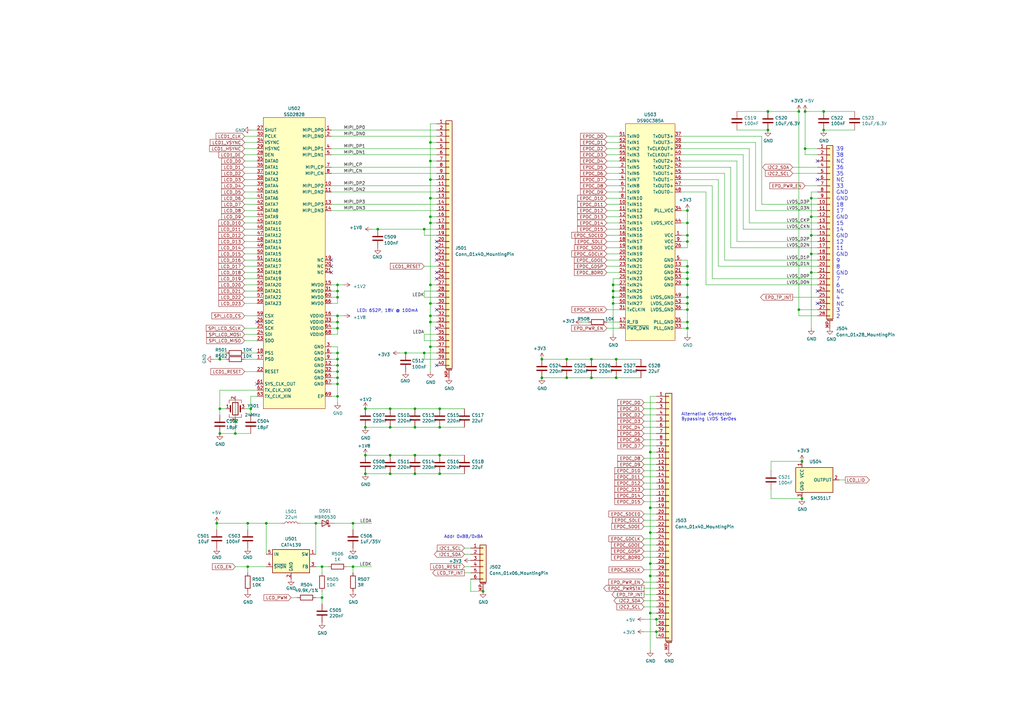
<source format=kicad_sch>
(kicad_sch (version 20210621) (generator eeschema)
  (paper "A3")
  (title_block (title "Lancer Mainboard") (date "2021-07-25") (rev "R0.1") (company "Copyright EI-2030 2021. / Engineer: Wenting Zhang") (comment 2 "MERCHANTABILITY, SATISFACTORY QUALITY AND FITNESS FOR A PARTICULAR PURPOSE.") (comment 3 "This source is distributed WITHOUT ANY EXPRESS OR IMPLIED WARRANTY, INCLUDING OF") (comment 4 "This source describes Open Hardware and is licensed under the CERN-OHL-S v2."))
  (junction (at 88.9 214.63) (diameter 0.9144))
  (junction (at 90.17 147.32) (diameter 0.9144))
  (junction (at 90.17 167.64) (diameter 0.9144))
  (junction (at 90.17 177.8) (diameter 0.9144))
  (junction (at 96.52 172.72) (diameter 0.9144))
  (junction (at 96.52 177.8) (diameter 0.9144))
  (junction (at 101.6 214.63) (diameter 0.9144))
  (junction (at 101.6 232.41) (diameter 0.9144))
  (junction (at 102.87 167.64) (diameter 0.9144))
  (junction (at 109.22 214.63) (diameter 0.9144))
  (junction (at 129.54 214.63) (diameter 0.9144))
  (junction (at 132.08 232.41) (diameter 0.9144))
  (junction (at 132.08 245.11) (diameter 0.9144))
  (junction (at 138.43 116.84) (diameter 0.9144))
  (junction (at 138.43 119.38) (diameter 0.9144))
  (junction (at 138.43 121.92) (diameter 0.9144))
  (junction (at 138.43 129.54) (diameter 0.9144))
  (junction (at 138.43 132.08) (diameter 0.9144))
  (junction (at 138.43 134.62) (diameter 0.9144))
  (junction (at 138.43 144.78) (diameter 0.9144))
  (junction (at 138.43 147.32) (diameter 0.9144))
  (junction (at 138.43 149.86) (diameter 0.9144))
  (junction (at 138.43 152.4) (diameter 0.9144))
  (junction (at 138.43 154.94) (diameter 0.9144))
  (junction (at 138.43 157.48) (diameter 0.9144))
  (junction (at 138.43 162.56) (diameter 0.9144))
  (junction (at 144.78 214.63) (diameter 0.9144))
  (junction (at 144.78 232.41) (diameter 0.9144))
  (junction (at 149.86 167.64) (diameter 0.9144))
  (junction (at 149.86 175.26) (diameter 0.9144))
  (junction (at 149.86 186.69) (diameter 0.9144))
  (junction (at 149.86 194.31) (diameter 0.9144))
  (junction (at 154.94 93.98) (diameter 0.9144))
  (junction (at 160.02 167.64) (diameter 0.9144))
  (junction (at 160.02 175.26) (diameter 0.9144))
  (junction (at 160.02 186.69) (diameter 0.9144))
  (junction (at 160.02 194.31) (diameter 0.9144))
  (junction (at 166.37 144.78) (diameter 0.9144))
  (junction (at 170.18 167.64) (diameter 0.9144))
  (junction (at 170.18 175.26) (diameter 0.9144))
  (junction (at 170.18 186.69) (diameter 0.9144))
  (junction (at 170.18 194.31) (diameter 0.9144))
  (junction (at 173.99 93.98) (diameter 0.9144))
  (junction (at 173.99 144.78) (diameter 0.9144))
  (junction (at 176.53 58.42) (diameter 0.9144))
  (junction (at 176.53 66.04) (diameter 0.9144))
  (junction (at 176.53 73.66) (diameter 0.9144))
  (junction (at 176.53 81.28) (diameter 0.9144))
  (junction (at 176.53 88.9) (diameter 0.9144))
  (junction (at 176.53 91.44) (diameter 0.9144))
  (junction (at 176.53 116.84) (diameter 0.9144))
  (junction (at 176.53 124.46) (diameter 0.9144))
  (junction (at 176.53 129.54) (diameter 0.9144))
  (junction (at 176.53 132.08) (diameter 0.9144))
  (junction (at 176.53 142.24) (diameter 0.9144))
  (junction (at 180.34 167.64) (diameter 0.9144))
  (junction (at 180.34 175.26) (diameter 0.9144))
  (junction (at 180.34 186.69) (diameter 0.9144))
  (junction (at 180.34 194.31) (diameter 0.9144))
  (junction (at 198.12 242.57) (diameter 0.9144))
  (junction (at 222.25 147.32) (diameter 0.9144))
  (junction (at 222.25 154.94) (diameter 0.9144))
  (junction (at 232.41 147.32) (diameter 0.9144))
  (junction (at 232.41 154.94) (diameter 0.9144))
  (junction (at 242.57 147.32) (diameter 0.9144))
  (junction (at 242.57 154.94) (diameter 0.9144))
  (junction (at 251.46 116.84) (diameter 0.9144))
  (junction (at 251.46 119.38) (diameter 0.9144))
  (junction (at 251.46 121.92) (diameter 0.9144))
  (junction (at 251.46 124.46) (diameter 0.9144))
  (junction (at 252.73 147.32) (diameter 0.9144))
  (junction (at 252.73 154.94) (diameter 0.9144))
  (junction (at 266.7 185.42) (diameter 0.9144))
  (junction (at 266.7 208.28) (diameter 0.9144))
  (junction (at 266.7 218.44) (diameter 0.9144))
  (junction (at 266.7 231.14) (diameter 0.9144))
  (junction (at 266.7 236.22) (diameter 0.9144))
  (junction (at 266.7 251.46) (diameter 0.9144))
  (junction (at 269.24 254) (diameter 0.9144))
  (junction (at 269.24 259.08) (diameter 0.9144))
  (junction (at 281.94 86.36) (diameter 0.9144))
  (junction (at 281.94 91.44) (diameter 0.9144))
  (junction (at 281.94 96.52) (diameter 0.9144))
  (junction (at 281.94 99.06) (diameter 0.9144))
  (junction (at 281.94 109.22) (diameter 0.9144))
  (junction (at 281.94 111.76) (diameter 0.9144))
  (junction (at 281.94 114.3) (diameter 0.9144))
  (junction (at 281.94 116.84) (diameter 0.9144))
  (junction (at 281.94 121.92) (diameter 0.9144))
  (junction (at 281.94 124.46) (diameter 0.9144))
  (junction (at 281.94 127) (diameter 0.9144))
  (junction (at 281.94 132.08) (diameter 0.9144))
  (junction (at 281.94 134.62) (diameter 0.9144))
  (junction (at 314.96 45.72) (diameter 0.9144))
  (junction (at 314.96 53.34) (diameter 0.9144))
  (junction (at 327.66 45.72) (diameter 0.9144))
  (junction (at 327.66 127) (diameter 0.9144))
  (junction (at 328.93 189.23) (diameter 0.9144))
  (junction (at 328.93 204.47) (diameter 0.9144))
  (junction (at 330.2 45.72) (diameter 0.9144))
  (junction (at 330.2 60.96) (diameter 0.9144))
  (junction (at 332.74 81.28) (diameter 0.9144))
  (junction (at 332.74 88.9) (diameter 0.9144))
  (junction (at 332.74 96.52) (diameter 0.9144))
  (junction (at 332.74 104.14) (diameter 0.9144))
  (junction (at 332.74 111.76) (diameter 0.9144))
  (junction (at 337.82 45.72) (diameter 0.9144))
  (junction (at 337.82 53.34) (diameter 0.9144))
  (no_connect (at 105.41 132.08))
  (no_connect (at 105.41 157.48))
  (no_connect (at 135.89 106.68))
  (no_connect (at 135.89 109.22))
  (no_connect (at 135.89 111.76))
  (no_connect (at 179.07 99.06))
  (no_connect (at 179.07 101.6))
  (no_connect (at 179.07 104.14))
  (no_connect (at 179.07 106.68))
  (no_connect (at 179.07 111.76))
  (no_connect (at 179.07 114.3))
  (no_connect (at 179.07 127))
  (no_connect (at 179.07 134.62))
  (no_connect (at 179.07 149.86))
  (no_connect (at 335.28 66.04))
  (no_connect (at 335.28 73.66))
  (no_connect (at 335.28 119.38))
  (no_connect (at 335.28 124.46))
  (wire (pts (xy 87.63 147.32) (xy 90.17 147.32)))
  (wire (pts (xy 88.9 214.63) (xy 101.6 214.63)))
  (wire (pts (xy 88.9 217.17) (xy 88.9 214.63)))
  (wire (pts (xy 90.17 144.78) (xy 90.17 147.32)))
  (wire (pts (xy 90.17 147.32) (xy 92.71 147.32)))
  (wire (pts (xy 90.17 160.02) (xy 90.17 167.64)))
  (wire (pts (xy 90.17 167.64) (xy 92.71 167.64)))
  (wire (pts (xy 90.17 170.18) (xy 90.17 167.64)))
  (wire (pts (xy 90.17 177.8) (xy 96.52 177.8)))
  (wire (pts (xy 92.71 144.78) (xy 90.17 144.78)))
  (wire (pts (xy 96.52 162.56) (xy 96.52 172.72)))
  (wire (pts (xy 96.52 172.72) (xy 96.52 177.8)))
  (wire (pts (xy 96.52 177.8) (xy 102.87 177.8)))
  (wire (pts (xy 100.33 55.88) (xy 105.41 55.88)))
  (wire (pts (xy 100.33 58.42) (xy 105.41 58.42)))
  (wire (pts (xy 100.33 60.96) (xy 105.41 60.96)))
  (wire (pts (xy 100.33 63.5) (xy 105.41 63.5)))
  (wire (pts (xy 100.33 66.04) (xy 105.41 66.04)))
  (wire (pts (xy 100.33 68.58) (xy 105.41 68.58)))
  (wire (pts (xy 100.33 71.12) (xy 105.41 71.12)))
  (wire (pts (xy 100.33 73.66) (xy 105.41 73.66)))
  (wire (pts (xy 100.33 76.2) (xy 105.41 76.2)))
  (wire (pts (xy 100.33 78.74) (xy 105.41 78.74)))
  (wire (pts (xy 100.33 81.28) (xy 105.41 81.28)))
  (wire (pts (xy 100.33 83.82) (xy 105.41 83.82)))
  (wire (pts (xy 100.33 86.36) (xy 105.41 86.36)))
  (wire (pts (xy 100.33 88.9) (xy 105.41 88.9)))
  (wire (pts (xy 100.33 91.44) (xy 105.41 91.44)))
  (wire (pts (xy 100.33 93.98) (xy 105.41 93.98)))
  (wire (pts (xy 100.33 96.52) (xy 105.41 96.52)))
  (wire (pts (xy 100.33 99.06) (xy 105.41 99.06)))
  (wire (pts (xy 100.33 101.6) (xy 105.41 101.6)))
  (wire (pts (xy 100.33 104.14) (xy 105.41 104.14)))
  (wire (pts (xy 100.33 106.68) (xy 105.41 106.68)))
  (wire (pts (xy 100.33 109.22) (xy 105.41 109.22)))
  (wire (pts (xy 100.33 111.76) (xy 105.41 111.76)))
  (wire (pts (xy 100.33 114.3) (xy 105.41 114.3)))
  (wire (pts (xy 100.33 116.84) (xy 105.41 116.84)))
  (wire (pts (xy 100.33 119.38) (xy 105.41 119.38)))
  (wire (pts (xy 100.33 121.92) (xy 105.41 121.92)))
  (wire (pts (xy 100.33 124.46) (xy 105.41 124.46)))
  (wire (pts (xy 100.33 129.54) (xy 105.41 129.54)))
  (wire (pts (xy 100.33 134.62) (xy 105.41 134.62)))
  (wire (pts (xy 100.33 137.16) (xy 105.41 137.16)))
  (wire (pts (xy 100.33 139.7) (xy 105.41 139.7)))
  (wire (pts (xy 100.33 144.78) (xy 105.41 144.78)))
  (wire (pts (xy 100.33 147.32) (xy 105.41 147.32)))
  (wire (pts (xy 100.33 152.4) (xy 105.41 152.4)))
  (wire (pts (xy 100.33 167.64) (xy 102.87 167.64)))
  (wire (pts (xy 101.6 214.63) (xy 109.22 214.63)))
  (wire (pts (xy 101.6 217.17) (xy 101.6 214.63)))
  (wire (pts (xy 101.6 232.41) (xy 96.52 232.41)))
  (wire (pts (xy 101.6 234.95) (xy 101.6 232.41)))
  (wire (pts (xy 102.87 53.34) (xy 105.41 53.34)))
  (wire (pts (xy 102.87 162.56) (xy 105.41 162.56)))
  (wire (pts (xy 102.87 167.64) (xy 102.87 162.56)))
  (wire (pts (xy 102.87 167.64) (xy 102.87 170.18)))
  (wire (pts (xy 105.41 160.02) (xy 90.17 160.02)))
  (wire (pts (xy 109.22 214.63) (xy 109.22 227.33)))
  (wire (pts (xy 109.22 214.63) (xy 115.57 214.63)))
  (wire (pts (xy 109.22 232.41) (xy 101.6 232.41)))
  (wire (pts (xy 119.38 245.11) (xy 121.92 245.11)))
  (wire (pts (xy 123.19 214.63) (xy 129.54 214.63)))
  (wire (pts (xy 129.54 214.63) (xy 129.54 227.33)))
  (wire (pts (xy 129.54 232.41) (xy 132.08 232.41)))
  (wire (pts (xy 129.54 245.11) (xy 132.08 245.11)))
  (wire (pts (xy 132.08 232.41) (xy 134.62 232.41)))
  (wire (pts (xy 132.08 234.95) (xy 132.08 232.41)))
  (wire (pts (xy 132.08 245.11) (xy 132.08 242.57)))
  (wire (pts (xy 132.08 247.65) (xy 132.08 245.11)))
  (wire (pts (xy 135.89 53.34) (xy 179.07 53.34)))
  (wire (pts (xy 135.89 55.88) (xy 179.07 55.88)))
  (wire (pts (xy 135.89 60.96) (xy 179.07 60.96)))
  (wire (pts (xy 135.89 63.5) (xy 179.07 63.5)))
  (wire (pts (xy 135.89 68.58) (xy 179.07 68.58)))
  (wire (pts (xy 135.89 71.12) (xy 179.07 71.12)))
  (wire (pts (xy 135.89 76.2) (xy 179.07 76.2)))
  (wire (pts (xy 135.89 78.74) (xy 179.07 78.74)))
  (wire (pts (xy 135.89 83.82) (xy 179.07 83.82)))
  (wire (pts (xy 135.89 86.36) (xy 179.07 86.36)))
  (wire (pts (xy 135.89 116.84) (xy 138.43 116.84)))
  (wire (pts (xy 135.89 119.38) (xy 138.43 119.38)))
  (wire (pts (xy 135.89 121.92) (xy 138.43 121.92)))
  (wire (pts (xy 135.89 124.46) (xy 138.43 124.46)))
  (wire (pts (xy 135.89 129.54) (xy 138.43 129.54)))
  (wire (pts (xy 135.89 132.08) (xy 138.43 132.08)))
  (wire (pts (xy 135.89 134.62) (xy 138.43 134.62)))
  (wire (pts (xy 135.89 137.16) (xy 138.43 137.16)))
  (wire (pts (xy 135.89 142.24) (xy 138.43 142.24)))
  (wire (pts (xy 135.89 144.78) (xy 138.43 144.78)))
  (wire (pts (xy 135.89 147.32) (xy 138.43 147.32)))
  (wire (pts (xy 135.89 149.86) (xy 138.43 149.86)))
  (wire (pts (xy 135.89 152.4) (xy 138.43 152.4)))
  (wire (pts (xy 135.89 154.94) (xy 138.43 154.94)))
  (wire (pts (xy 135.89 157.48) (xy 138.43 157.48)))
  (wire (pts (xy 135.89 162.56) (xy 138.43 162.56)))
  (wire (pts (xy 137.16 214.63) (xy 144.78 214.63)))
  (wire (pts (xy 138.43 116.84) (xy 140.97 116.84)))
  (wire (pts (xy 138.43 119.38) (xy 138.43 116.84)))
  (wire (pts (xy 138.43 121.92) (xy 138.43 119.38)))
  (wire (pts (xy 138.43 124.46) (xy 138.43 121.92)))
  (wire (pts (xy 138.43 129.54) (xy 140.97 129.54)))
  (wire (pts (xy 138.43 132.08) (xy 138.43 129.54)))
  (wire (pts (xy 138.43 134.62) (xy 138.43 132.08)))
  (wire (pts (xy 138.43 137.16) (xy 138.43 134.62)))
  (wire (pts (xy 138.43 142.24) (xy 138.43 144.78)))
  (wire (pts (xy 138.43 144.78) (xy 138.43 147.32)))
  (wire (pts (xy 138.43 147.32) (xy 138.43 149.86)))
  (wire (pts (xy 138.43 149.86) (xy 138.43 152.4)))
  (wire (pts (xy 138.43 152.4) (xy 138.43 154.94)))
  (wire (pts (xy 138.43 154.94) (xy 138.43 157.48)))
  (wire (pts (xy 138.43 157.48) (xy 138.43 162.56)))
  (wire (pts (xy 138.43 162.56) (xy 138.43 165.1)))
  (wire (pts (xy 144.78 214.63) (xy 152.4 214.63)))
  (wire (pts (xy 144.78 217.17) (xy 144.78 214.63)))
  (wire (pts (xy 144.78 232.41) (xy 142.24 232.41)))
  (wire (pts (xy 144.78 232.41) (xy 152.4 232.41)))
  (wire (pts (xy 144.78 234.95) (xy 144.78 232.41)))
  (wire (pts (xy 149.86 167.64) (xy 160.02 167.64)))
  (wire (pts (xy 149.86 186.69) (xy 160.02 186.69)))
  (wire (pts (xy 152.4 93.98) (xy 154.94 93.98)))
  (wire (pts (xy 154.94 93.98) (xy 173.99 93.98)))
  (wire (pts (xy 160.02 175.26) (xy 149.86 175.26)))
  (wire (pts (xy 160.02 194.31) (xy 149.86 194.31)))
  (wire (pts (xy 163.83 144.78) (xy 166.37 144.78)))
  (wire (pts (xy 166.37 144.78) (xy 173.99 144.78)))
  (wire (pts (xy 170.18 167.64) (xy 160.02 167.64)))
  (wire (pts (xy 170.18 175.26) (xy 160.02 175.26)))
  (wire (pts (xy 170.18 186.69) (xy 160.02 186.69)))
  (wire (pts (xy 170.18 194.31) (xy 160.02 194.31)))
  (wire (pts (xy 173.99 93.98) (xy 173.99 96.52)))
  (wire (pts (xy 173.99 93.98) (xy 179.07 93.98)))
  (wire (pts (xy 173.99 109.22) (xy 179.07 109.22)))
  (wire (pts (xy 173.99 119.38) (xy 173.99 121.92)))
  (wire (pts (xy 173.99 121.92) (xy 179.07 121.92)))
  (wire (pts (xy 173.99 137.16) (xy 179.07 137.16)))
  (wire (pts (xy 173.99 139.7) (xy 173.99 137.16)))
  (wire (pts (xy 173.99 144.78) (xy 179.07 144.78)))
  (wire (pts (xy 173.99 147.32) (xy 173.99 144.78)))
  (wire (pts (xy 176.53 50.8) (xy 176.53 58.42)))
  (wire (pts (xy 176.53 58.42) (xy 176.53 66.04)))
  (wire (pts (xy 176.53 58.42) (xy 179.07 58.42)))
  (wire (pts (xy 176.53 66.04) (xy 176.53 73.66)))
  (wire (pts (xy 176.53 66.04) (xy 179.07 66.04)))
  (wire (pts (xy 176.53 73.66) (xy 176.53 81.28)))
  (wire (pts (xy 176.53 73.66) (xy 179.07 73.66)))
  (wire (pts (xy 176.53 81.28) (xy 176.53 88.9)))
  (wire (pts (xy 176.53 81.28) (xy 179.07 81.28)))
  (wire (pts (xy 176.53 88.9) (xy 176.53 91.44)))
  (wire (pts (xy 176.53 88.9) (xy 179.07 88.9)))
  (wire (pts (xy 176.53 91.44) (xy 176.53 116.84)))
  (wire (pts (xy 176.53 91.44) (xy 179.07 91.44)))
  (wire (pts (xy 176.53 116.84) (xy 176.53 124.46)))
  (wire (pts (xy 176.53 116.84) (xy 179.07 116.84)))
  (wire (pts (xy 176.53 124.46) (xy 176.53 129.54)))
  (wire (pts (xy 176.53 124.46) (xy 179.07 124.46)))
  (wire (pts (xy 176.53 129.54) (xy 176.53 132.08)))
  (wire (pts (xy 176.53 129.54) (xy 179.07 129.54)))
  (wire (pts (xy 176.53 132.08) (xy 176.53 142.24)))
  (wire (pts (xy 176.53 132.08) (xy 179.07 132.08)))
  (wire (pts (xy 176.53 142.24) (xy 176.53 152.4)))
  (wire (pts (xy 176.53 142.24) (xy 179.07 142.24)))
  (wire (pts (xy 179.07 50.8) (xy 176.53 50.8)))
  (wire (pts (xy 179.07 96.52) (xy 173.99 96.52)))
  (wire (pts (xy 179.07 119.38) (xy 173.99 119.38)))
  (wire (pts (xy 179.07 139.7) (xy 173.99 139.7)))
  (wire (pts (xy 179.07 147.32) (xy 173.99 147.32)))
  (wire (pts (xy 180.34 167.64) (xy 170.18 167.64)))
  (wire (pts (xy 180.34 175.26) (xy 170.18 175.26)))
  (wire (pts (xy 180.34 186.69) (xy 170.18 186.69)))
  (wire (pts (xy 180.34 194.31) (xy 170.18 194.31)))
  (wire (pts (xy 190.5 167.64) (xy 180.34 167.64)))
  (wire (pts (xy 190.5 175.26) (xy 180.34 175.26)))
  (wire (pts (xy 190.5 186.69) (xy 180.34 186.69)))
  (wire (pts (xy 190.5 194.31) (xy 180.34 194.31)))
  (wire (pts (xy 190.5 224.79) (xy 193.04 224.79)))
  (wire (pts (xy 190.5 227.33) (xy 193.04 227.33)))
  (wire (pts (xy 190.5 232.41) (xy 193.04 232.41)))
  (wire (pts (xy 190.5 234.95) (xy 193.04 234.95)))
  (wire (pts (xy 193.04 237.49) (xy 193.04 242.57)))
  (wire (pts (xy 193.04 242.57) (xy 198.12 242.57)))
  (wire (pts (xy 222.25 147.32) (xy 232.41 147.32)))
  (wire (pts (xy 232.41 154.94) (xy 222.25 154.94)))
  (wire (pts (xy 238.76 132.08) (xy 241.3 132.08)))
  (wire (pts (xy 242.57 147.32) (xy 232.41 147.32)))
  (wire (pts (xy 242.57 154.94) (xy 232.41 154.94)))
  (wire (pts (xy 248.92 55.88) (xy 254 55.88)))
  (wire (pts (xy 248.92 58.42) (xy 254 58.42)))
  (wire (pts (xy 248.92 60.96) (xy 254 60.96)))
  (wire (pts (xy 248.92 63.5) (xy 254 63.5)))
  (wire (pts (xy 248.92 66.04) (xy 254 66.04)))
  (wire (pts (xy 248.92 68.58) (xy 254 68.58)))
  (wire (pts (xy 248.92 71.12) (xy 254 71.12)))
  (wire (pts (xy 248.92 73.66) (xy 254 73.66)))
  (wire (pts (xy 248.92 76.2) (xy 254 76.2)))
  (wire (pts (xy 248.92 78.74) (xy 254 78.74)))
  (wire (pts (xy 248.92 81.28) (xy 254 81.28)))
  (wire (pts (xy 248.92 83.82) (xy 254 83.82)))
  (wire (pts (xy 248.92 86.36) (xy 254 86.36)))
  (wire (pts (xy 248.92 88.9) (xy 254 88.9)))
  (wire (pts (xy 248.92 91.44) (xy 254 91.44)))
  (wire (pts (xy 248.92 93.98) (xy 254 93.98)))
  (wire (pts (xy 248.92 96.52) (xy 254 96.52)))
  (wire (pts (xy 248.92 99.06) (xy 254 99.06)))
  (wire (pts (xy 248.92 101.6) (xy 254 101.6)))
  (wire (pts (xy 248.92 104.14) (xy 254 104.14)))
  (wire (pts (xy 248.92 106.68) (xy 254 106.68)))
  (wire (pts (xy 248.92 109.22) (xy 254 109.22)))
  (wire (pts (xy 248.92 111.76) (xy 254 111.76)))
  (wire (pts (xy 248.92 127) (xy 254 127)))
  (wire (pts (xy 248.92 132.08) (xy 254 132.08)))
  (wire (pts (xy 248.92 134.62) (xy 254 134.62)))
  (wire (pts (xy 251.46 114.3) (xy 251.46 116.84)))
  (wire (pts (xy 251.46 114.3) (xy 254 114.3)))
  (wire (pts (xy 251.46 116.84) (xy 251.46 119.38)))
  (wire (pts (xy 251.46 116.84) (xy 254 116.84)))
  (wire (pts (xy 251.46 119.38) (xy 251.46 121.92)))
  (wire (pts (xy 251.46 119.38) (xy 254 119.38)))
  (wire (pts (xy 251.46 121.92) (xy 251.46 124.46)))
  (wire (pts (xy 251.46 121.92) (xy 254 121.92)))
  (wire (pts (xy 251.46 124.46) (xy 251.46 137.16)))
  (wire (pts (xy 251.46 124.46) (xy 254 124.46)))
  (wire (pts (xy 252.73 147.32) (xy 242.57 147.32)))
  (wire (pts (xy 252.73 154.94) (xy 242.57 154.94)))
  (wire (pts (xy 262.89 147.32) (xy 252.73 147.32)))
  (wire (pts (xy 262.89 154.94) (xy 252.73 154.94)))
  (wire (pts (xy 264.16 165.1) (xy 269.24 165.1)))
  (wire (pts (xy 264.16 167.64) (xy 269.24 167.64)))
  (wire (pts (xy 264.16 170.18) (xy 269.24 170.18)))
  (wire (pts (xy 264.16 172.72) (xy 269.24 172.72)))
  (wire (pts (xy 264.16 175.26) (xy 269.24 175.26)))
  (wire (pts (xy 264.16 177.8) (xy 269.24 177.8)))
  (wire (pts (xy 264.16 180.34) (xy 269.24 180.34)))
  (wire (pts (xy 264.16 182.88) (xy 269.24 182.88)))
  (wire (pts (xy 264.16 187.96) (xy 269.24 187.96)))
  (wire (pts (xy 264.16 190.5) (xy 269.24 190.5)))
  (wire (pts (xy 264.16 193.04) (xy 269.24 193.04)))
  (wire (pts (xy 264.16 195.58) (xy 269.24 195.58)))
  (wire (pts (xy 264.16 198.12) (xy 269.24 198.12)))
  (wire (pts (xy 264.16 200.66) (xy 269.24 200.66)))
  (wire (pts (xy 264.16 203.2) (xy 269.24 203.2)))
  (wire (pts (xy 264.16 205.74) (xy 269.24 205.74)))
  (wire (pts (xy 264.16 210.82) (xy 269.24 210.82)))
  (wire (pts (xy 264.16 213.36) (xy 269.24 213.36)))
  (wire (pts (xy 264.16 215.9) (xy 269.24 215.9)))
  (wire (pts (xy 264.16 220.98) (xy 269.24 220.98)))
  (wire (pts (xy 264.16 223.52) (xy 269.24 223.52)))
  (wire (pts (xy 264.16 226.06) (xy 269.24 226.06)))
  (wire (pts (xy 264.16 228.6) (xy 269.24 228.6)))
  (wire (pts (xy 264.16 233.68) (xy 269.24 233.68)))
  (wire (pts (xy 264.16 238.76) (xy 269.24 238.76)))
  (wire (pts (xy 264.16 241.3) (xy 269.24 241.3)))
  (wire (pts (xy 264.16 243.84) (xy 269.24 243.84)))
  (wire (pts (xy 264.16 246.38) (xy 269.24 246.38)))
  (wire (pts (xy 264.16 248.92) (xy 269.24 248.92)))
  (wire (pts (xy 264.16 254) (xy 269.24 254)))
  (wire (pts (xy 264.16 259.08) (xy 269.24 259.08)))
  (wire (pts (xy 266.7 162.56) (xy 269.24 162.56)))
  (wire (pts (xy 266.7 185.42) (xy 266.7 162.56)))
  (wire (pts (xy 266.7 185.42) (xy 269.24 185.42)))
  (wire (pts (xy 266.7 208.28) (xy 266.7 185.42)))
  (wire (pts (xy 266.7 208.28) (xy 269.24 208.28)))
  (wire (pts (xy 266.7 218.44) (xy 266.7 208.28)))
  (wire (pts (xy 266.7 218.44) (xy 269.24 218.44)))
  (wire (pts (xy 266.7 231.14) (xy 266.7 218.44)))
  (wire (pts (xy 266.7 231.14) (xy 269.24 231.14)))
  (wire (pts (xy 266.7 236.22) (xy 266.7 231.14)))
  (wire (pts (xy 266.7 236.22) (xy 266.7 251.46)))
  (wire (pts (xy 266.7 236.22) (xy 269.24 236.22)))
  (wire (pts (xy 266.7 251.46) (xy 266.7 266.7)))
  (wire (pts (xy 266.7 251.46) (xy 269.24 251.46)))
  (wire (pts (xy 269.24 254) (xy 269.24 256.54)))
  (wire (pts (xy 269.24 259.08) (xy 269.24 261.62)))
  (wire (pts (xy 279.4 58.42) (xy 309.88 58.42)))
  (wire (pts (xy 279.4 60.96) (xy 307.34 60.96)))
  (wire (pts (xy 279.4 66.04) (xy 302.26 66.04)))
  (wire (pts (xy 279.4 71.12) (xy 297.18 71.12)))
  (wire (pts (xy 279.4 76.2) (xy 292.1 76.2)))
  (wire (pts (xy 279.4 86.36) (xy 281.94 86.36)))
  (wire (pts (xy 279.4 91.44) (xy 281.94 91.44)))
  (wire (pts (xy 279.4 96.52) (xy 281.94 96.52)))
  (wire (pts (xy 279.4 99.06) (xy 281.94 99.06)))
  (wire (pts (xy 279.4 101.6) (xy 281.94 101.6)))
  (wire (pts (xy 279.4 106.68) (xy 281.94 106.68)))
  (wire (pts (xy 279.4 109.22) (xy 281.94 109.22)))
  (wire (pts (xy 279.4 111.76) (xy 281.94 111.76)))
  (wire (pts (xy 279.4 114.3) (xy 281.94 114.3)))
  (wire (pts (xy 279.4 116.84) (xy 281.94 116.84)))
  (wire (pts (xy 279.4 121.92) (xy 281.94 121.92)))
  (wire (pts (xy 279.4 124.46) (xy 281.94 124.46)))
  (wire (pts (xy 279.4 127) (xy 281.94 127)))
  (wire (pts (xy 279.4 132.08) (xy 281.94 132.08)))
  (wire (pts (xy 279.4 134.62) (xy 281.94 134.62)))
  (wire (pts (xy 281.94 91.44) (xy 281.94 86.36)))
  (wire (pts (xy 281.94 96.52) (xy 281.94 91.44)))
  (wire (pts (xy 281.94 99.06) (xy 281.94 96.52)))
  (wire (pts (xy 281.94 101.6) (xy 281.94 99.06)))
  (wire (pts (xy 281.94 106.68) (xy 281.94 109.22)))
  (wire (pts (xy 281.94 109.22) (xy 281.94 111.76)))
  (wire (pts (xy 281.94 111.76) (xy 281.94 114.3)))
  (wire (pts (xy 281.94 114.3) (xy 281.94 116.84)))
  (wire (pts (xy 281.94 116.84) (xy 281.94 121.92)))
  (wire (pts (xy 281.94 121.92) (xy 281.94 124.46)))
  (wire (pts (xy 281.94 124.46) (xy 281.94 127)))
  (wire (pts (xy 281.94 127) (xy 281.94 132.08)))
  (wire (pts (xy 281.94 132.08) (xy 281.94 134.62)))
  (wire (pts (xy 281.94 134.62) (xy 281.94 137.16)))
  (wire (pts (xy 289.56 78.74) (xy 279.4 78.74)))
  (wire (pts (xy 289.56 78.74) (xy 289.56 116.84)))
  (wire (pts (xy 289.56 116.84) (xy 335.28 116.84)))
  (wire (pts (xy 292.1 76.2) (xy 292.1 114.3)))
  (wire (pts (xy 292.1 114.3) (xy 335.28 114.3)))
  (wire (pts (xy 294.64 73.66) (xy 279.4 73.66)))
  (wire (pts (xy 294.64 73.66) (xy 294.64 109.22)))
  (wire (pts (xy 294.64 109.22) (xy 335.28 109.22)))
  (wire (pts (xy 297.18 71.12) (xy 297.18 106.68)))
  (wire (pts (xy 297.18 106.68) (xy 335.28 106.68)))
  (wire (pts (xy 299.72 68.58) (xy 279.4 68.58)))
  (wire (pts (xy 299.72 68.58) (xy 299.72 101.6)))
  (wire (pts (xy 299.72 101.6) (xy 335.28 101.6)))
  (wire (pts (xy 302.26 66.04) (xy 302.26 99.06)))
  (wire (pts (xy 302.26 99.06) (xy 335.28 99.06)))
  (wire (pts (xy 304.8 63.5) (xy 279.4 63.5)))
  (wire (pts (xy 304.8 63.5) (xy 304.8 93.98)))
  (wire (pts (xy 304.8 93.98) (xy 335.28 93.98)))
  (wire (pts (xy 307.34 60.96) (xy 307.34 91.44)))
  (wire (pts (xy 307.34 91.44) (xy 335.28 91.44)))
  (wire (pts (xy 309.88 58.42) (xy 309.88 86.36)))
  (wire (pts (xy 309.88 86.36) (xy 335.28 86.36)))
  (wire (pts (xy 312.42 55.88) (xy 279.4 55.88)))
  (wire (pts (xy 312.42 55.88) (xy 312.42 83.82)))
  (wire (pts (xy 312.42 83.82) (xy 335.28 83.82)))
  (wire (pts (xy 314.96 45.72) (xy 302.26 45.72)))
  (wire (pts (xy 314.96 53.34) (xy 302.26 53.34)))
  (wire (pts (xy 316.23 189.23) (xy 328.93 189.23)))
  (wire (pts (xy 316.23 193.04) (xy 316.23 189.23)))
  (wire (pts (xy 316.23 200.66) (xy 316.23 204.47)))
  (wire (pts (xy 316.23 204.47) (xy 328.93 204.47)))
  (wire (pts (xy 325.12 68.58) (xy 335.28 68.58)))
  (wire (pts (xy 325.12 71.12) (xy 335.28 71.12)))
  (wire (pts (xy 325.12 121.92) (xy 335.28 121.92)))
  (wire (pts (xy 327.66 45.72) (xy 314.96 45.72)))
  (wire (pts (xy 327.66 45.72) (xy 327.66 127)))
  (wire (pts (xy 327.66 127) (xy 327.66 129.54)))
  (wire (pts (xy 327.66 127) (xy 335.28 127)))
  (wire (pts (xy 327.66 129.54) (xy 335.28 129.54)))
  (wire (pts (xy 330.2 60.96) (xy 330.2 45.72)))
  (wire (pts (xy 330.2 63.5) (xy 330.2 60.96)))
  (wire (pts (xy 330.2 76.2) (xy 335.28 76.2)))
  (wire (pts (xy 332.74 78.74) (xy 332.74 81.28)))
  (wire (pts (xy 332.74 78.74) (xy 335.28 78.74)))
  (wire (pts (xy 332.74 81.28) (xy 332.74 88.9)))
  (wire (pts (xy 332.74 88.9) (xy 332.74 96.52)))
  (wire (pts (xy 332.74 88.9) (xy 335.28 88.9)))
  (wire (pts (xy 332.74 96.52) (xy 332.74 104.14)))
  (wire (pts (xy 332.74 96.52) (xy 335.28 96.52)))
  (wire (pts (xy 332.74 104.14) (xy 332.74 111.76)))
  (wire (pts (xy 332.74 104.14) (xy 335.28 104.14)))
  (wire (pts (xy 332.74 111.76) (xy 332.74 134.62)))
  (wire (pts (xy 332.74 111.76) (xy 335.28 111.76)))
  (wire (pts (xy 335.28 60.96) (xy 330.2 60.96)))
  (wire (pts (xy 335.28 63.5) (xy 330.2 63.5)))
  (wire (pts (xy 335.28 81.28) (xy 332.74 81.28)))
  (wire (pts (xy 337.82 45.72) (xy 330.2 45.72)))
  (wire (pts (xy 346.71 196.85) (xy 344.17 196.85)))
  (wire (pts (xy 350.52 45.72) (xy 337.82 45.72)))
  (wire (pts (xy 350.52 53.34) (xy 337.82 53.34)))
  (text "LED: 6S2P, 18V @ 100mA" (at 171.45 128.27 180) (effects (font (size 1.27 1.27)) (justify right bottom)))
  (text "Addr 0xBB/0xBA" (at 198.12 220.98 180) (effects (font (size 1.27 1.27)) (justify right bottom)))
  (text "Alternative Connector\nBypassing LVDS SerDes" (at 279.4 172.72 0) (effects (font (size 1.27 1.27)) (justify left bottom)))
  (text "39\n38\nNC\n36\n35\nNC\n33\nGND\nGND\n18\n17\nGND\n15\n14\nGND\n12\n11\nGND\n9\n8\nGND\n7\n6\nNC\n4\nNC\n3\n2" (at 342.9 130.81 0) (effects (font (size 1.58 1.58)) (justify left bottom)))
  (label "MIPI_DP0" (at 140.97 53.34 0))
  (label "MIPI_DN0" (at 140.97 55.88 0))
  (label "MIPI_DP1" (at 140.97 60.96 0))
  (label "MIPI_DN1" (at 140.97 63.5 0))
  (label "MIPI_CP" (at 140.97 68.58 0))
  (label "MIPI_CN" (at 140.97 71.12 0))
  (label "MIPI_DP2" (at 140.97 76.2 0))
  (label "MIPI_DN2" (at 140.97 78.74 0))
  (label "MIPI_DP3" (at 140.97 83.82 0))
  (label "MIPI_DN3" (at 140.97 86.36 0))
  (label "LEDA" (at 152.4 214.63 180))
  (label "LEDK" (at 152.4 232.41 180))
  (label "LEDK" (at 173.99 121.92 180))
  (label "LEDA" (at 173.99 137.16 180))
  (label "LVDS_D3P" (at 322.58 83.82 0))
  (label "LVDS_D3N" (at 322.58 86.36 0))
  (label "LVDS_CKP" (at 322.58 91.44 0))
  (label "LVDS_CKN" (at 322.58 93.98 0))
  (label "LVDS_D2P" (at 322.58 99.06 0))
  (label "LVDS_D2N" (at 322.58 101.6 0))
  (label "LVDS_D1P" (at 322.58 106.68 0))
  (label "LVDS_D1N" (at 322.58 109.22 0))
  (label "LVDS_D0P" (at 322.58 114.3 0))
  (label "LVDS_D0N" (at 322.58 116.84 0))
  (global_label "LCD_EN" (shape input) (at 96.52 232.41 180) (property "Intersheet References" "${INTERSHEET_REFS}" (effects hide)))
  (global_label "LCD1_CLK" (shape input) (at 100.33 55.88 180) (property "Intersheet References" "${INTERSHEET_REFS}" (effects hide)))
  (global_label "LCD1_VSYNC" (shape input) (at 100.33 58.42 180) (property "Intersheet References" "${INTERSHEET_REFS}" (effects hide)))
  (global_label "LCD1_HSYNC" (shape input) (at 100.33 60.96 180) (property "Intersheet References" "${INTERSHEET_REFS}" (effects hide)))
  (global_label "LCD1_DE" (shape input) (at 100.33 63.5 180) (property "Intersheet References" "${INTERSHEET_REFS}" (effects hide)))
  (global_label "LCD_D0" (shape input) (at 100.33 66.04 180) (property "Intersheet References" "${INTERSHEET_REFS}" (effects hide)))
  (global_label "LCD_D1" (shape input) (at 100.33 68.58 180) (property "Intersheet References" "${INTERSHEET_REFS}" (effects hide)))
  (global_label "LCD_D2" (shape input) (at 100.33 71.12 180) (property "Intersheet References" "${INTERSHEET_REFS}" (effects hide)))
  (global_label "LCD_D3" (shape input) (at 100.33 73.66 180) (property "Intersheet References" "${INTERSHEET_REFS}" (effects hide)))
  (global_label "LCD_D4" (shape input) (at 100.33 76.2 180) (property "Intersheet References" "${INTERSHEET_REFS}" (effects hide)))
  (global_label "LCD_D5" (shape input) (at 100.33 78.74 180) (property "Intersheet References" "${INTERSHEET_REFS}" (effects hide)))
  (global_label "LCD_D6" (shape input) (at 100.33 81.28 180) (property "Intersheet References" "${INTERSHEET_REFS}" (effects hide)))
  (global_label "LCD_D7" (shape input) (at 100.33 83.82 180) (property "Intersheet References" "${INTERSHEET_REFS}" (effects hide)))
  (global_label "LCD_D8" (shape input) (at 100.33 86.36 180) (property "Intersheet References" "${INTERSHEET_REFS}" (effects hide)))
  (global_label "LCD_D9" (shape input) (at 100.33 88.9 180) (property "Intersheet References" "${INTERSHEET_REFS}" (effects hide)))
  (global_label "LCD_D10" (shape input) (at 100.33 91.44 180) (property "Intersheet References" "${INTERSHEET_REFS}" (effects hide)))
  (global_label "LCD_D11" (shape input) (at 100.33 93.98 180) (property "Intersheet References" "${INTERSHEET_REFS}" (effects hide)))
  (global_label "LCD_D12" (shape input) (at 100.33 96.52 180) (property "Intersheet References" "${INTERSHEET_REFS}" (effects hide)))
  (global_label "LCD_D13" (shape input) (at 100.33 99.06 180) (property "Intersheet References" "${INTERSHEET_REFS}" (effects hide)))
  (global_label "LCD_D14" (shape input) (at 100.33 101.6 180) (property "Intersheet References" "${INTERSHEET_REFS}" (effects hide)))
  (global_label "LCD_D15" (shape input) (at 100.33 104.14 180) (property "Intersheet References" "${INTERSHEET_REFS}" (effects hide)))
  (global_label "LCD_D16" (shape input) (at 100.33 106.68 180) (property "Intersheet References" "${INTERSHEET_REFS}" (effects hide)))
  (global_label "LCD_D17" (shape input) (at 100.33 109.22 180) (property "Intersheet References" "${INTERSHEET_REFS}" (effects hide)))
  (global_label "LCD_D18" (shape input) (at 100.33 111.76 180) (property "Intersheet References" "${INTERSHEET_REFS}" (effects hide)))
  (global_label "LCD_D19" (shape input) (at 100.33 114.3 180) (property "Intersheet References" "${INTERSHEET_REFS}" (effects hide)))
  (global_label "LCD_D20" (shape input) (at 100.33 116.84 180) (property "Intersheet References" "${INTERSHEET_REFS}" (effects hide)))
  (global_label "LCD_D21" (shape input) (at 100.33 119.38 180) (property "Intersheet References" "${INTERSHEET_REFS}" (effects hide)))
  (global_label "LCD_D22" (shape input) (at 100.33 121.92 180) (property "Intersheet References" "${INTERSHEET_REFS}" (effects hide)))
  (global_label "LCD_D23" (shape input) (at 100.33 124.46 180) (property "Intersheet References" "${INTERSHEET_REFS}" (effects hide)))
  (global_label "SPI_LCD_CS" (shape input) (at 100.33 129.54 180) (property "Intersheet References" "${INTERSHEET_REFS}" (effects hide)))
  (global_label "SPI_LCD_SCLK" (shape input) (at 100.33 134.62 180) (property "Intersheet References" "${INTERSHEET_REFS}" (effects hide)))
  (global_label "SPI_LCD_MOSI" (shape input) (at 100.33 137.16 180) (property "Intersheet References" "${INTERSHEET_REFS}" (effects hide)))
  (global_label "SPI_LCD_MISO" (shape input) (at 100.33 139.7 180) (property "Intersheet References" "${INTERSHEET_REFS}" (effects hide)))
  (global_label "LCD1_RESET" (shape input) (at 100.33 152.4 180) (property "Intersheet References" "${INTERSHEET_REFS}" (effects hide)))
  (global_label "LCD_PWM" (shape input) (at 119.38 245.11 180) (property "Intersheet References" "${INTERSHEET_REFS}" (effects hide)))
  (global_label "LCD1_RESET" (shape input) (at 173.99 109.22 180) (property "Intersheet References" "${INTERSHEET_REFS}" (effects hide)))
  (global_label "I2C1_SCL" (shape input) (at 190.5 224.79 180) (property "Intersheet References" "${INTERSHEET_REFS}" (effects hide)))
  (global_label "I2C1_SDA" (shape bidirectional) (at 190.5 227.33 180) (property "Intersheet References" "${INTERSHEET_REFS}" (effects hide)))
  (global_label "LCD1_RESET" (shape input) (at 190.5 232.41 180) (property "Intersheet References" "${INTERSHEET_REFS}" (effects hide)))
  (global_label "LCD_TP_INT" (shape output) (at 190.5 234.95 180) (property "Intersheet References" "${INTERSHEET_REFS}" (effects hide)))
  (global_label "EPDC_D0" (shape input) (at 248.92 55.88 180) (property "Intersheet References" "${INTERSHEET_REFS}" (effects hide)))
  (global_label "EPDC_D1" (shape input) (at 248.92 58.42 180) (property "Intersheet References" "${INTERSHEET_REFS}" (effects hide)))
  (global_label "EPDC_D2" (shape input) (at 248.92 60.96 180) (property "Intersheet References" "${INTERSHEET_REFS}" (effects hide)))
  (global_label "EPDC_D3" (shape input) (at 248.92 63.5 180) (property "Intersheet References" "${INTERSHEET_REFS}" (effects hide)))
  (global_label "EPDC_D4" (shape input) (at 248.92 66.04 180) (property "Intersheet References" "${INTERSHEET_REFS}" (effects hide)))
  (global_label "EPDC_D5" (shape input) (at 248.92 68.58 180) (property "Intersheet References" "${INTERSHEET_REFS}" (effects hide)))
  (global_label "EPDC_D6" (shape input) (at 248.92 71.12 180) (property "Intersheet References" "${INTERSHEET_REFS}" (effects hide)))
  (global_label "EPDC_D7" (shape input) (at 248.92 73.66 180) (property "Intersheet References" "${INTERSHEET_REFS}" (effects hide)))
  (global_label "EPDC_D8" (shape input) (at 248.92 76.2 180) (property "Intersheet References" "${INTERSHEET_REFS}" (effects hide)))
  (global_label "EPDC_D9" (shape input) (at 248.92 78.74 180) (property "Intersheet References" "${INTERSHEET_REFS}" (effects hide)))
  (global_label "EPDC_D10" (shape input) (at 248.92 81.28 180) (property "Intersheet References" "${INTERSHEET_REFS}" (effects hide)))
  (global_label "EPDC_D11" (shape input) (at 248.92 83.82 180) (property "Intersheet References" "${INTERSHEET_REFS}" (effects hide)))
  (global_label "EPDC_D12" (shape input) (at 248.92 86.36 180) (property "Intersheet References" "${INTERSHEET_REFS}" (effects hide)))
  (global_label "EPDC_D13" (shape input) (at 248.92 88.9 180) (property "Intersheet References" "${INTERSHEET_REFS}" (effects hide)))
  (global_label "EPDC_D14" (shape input) (at 248.92 91.44 180) (property "Intersheet References" "${INTERSHEET_REFS}" (effects hide)))
  (global_label "EPDC_D15" (shape input) (at 248.92 93.98 180) (property "Intersheet References" "${INTERSHEET_REFS}" (effects hide)))
  (global_label "EPDC_SDCE0" (shape input) (at 248.92 96.52 180) (property "Intersheet References" "${INTERSHEET_REFS}" (effects hide)))
  (global_label "EPDC_SDLE" (shape input) (at 248.92 99.06 180) (property "Intersheet References" "${INTERSHEET_REFS}" (effects hide)))
  (global_label "EPDC_SDOE" (shape input) (at 248.92 101.6 180) (property "Intersheet References" "${INTERSHEET_REFS}" (effects hide)))
  (global_label "EPDC_GDCLK" (shape input) (at 248.92 104.14 180) (property "Intersheet References" "${INTERSHEET_REFS}" (effects hide)))
  (global_label "EPDC_GDOE" (shape input) (at 248.92 106.68 180) (property "Intersheet References" "${INTERSHEET_REFS}" (effects hide)))
  (global_label "EPDC_GDSP" (shape input) (at 248.92 109.22 180) (property "Intersheet References" "${INTERSHEET_REFS}" (effects hide)))
  (global_label "EPDC_BDR0" (shape input) (at 248.92 111.76 180) (property "Intersheet References" "${INTERSHEET_REFS}" (effects hide)))
  (global_label "EPDC_SDCLK" (shape input) (at 248.92 127 180) (property "Intersheet References" "${INTERSHEET_REFS}" (effects hide)))
  (global_label "EPD_PWR_EN" (shape input) (at 248.92 134.62 180) (property "Intersheet References" "${INTERSHEET_REFS}" (effects hide)))
  (global_label "EPDC_D0" (shape input) (at 264.16 165.1 180) (property "Intersheet References" "${INTERSHEET_REFS}" (effects hide)))
  (global_label "EPDC_D1" (shape input) (at 264.16 167.64 180) (property "Intersheet References" "${INTERSHEET_REFS}" (effects hide)))
  (global_label "EPDC_D2" (shape input) (at 264.16 170.18 180) (property "Intersheet References" "${INTERSHEET_REFS}" (effects hide)))
  (global_label "EPDC_D3" (shape input) (at 264.16 172.72 180) (property "Intersheet References" "${INTERSHEET_REFS}" (effects hide)))
  (global_label "EPDC_D4" (shape input) (at 264.16 175.26 180) (property "Intersheet References" "${INTERSHEET_REFS}" (effects hide)))
  (global_label "EPDC_D5" (shape input) (at 264.16 177.8 180) (property "Intersheet References" "${INTERSHEET_REFS}" (effects hide)))
  (global_label "EPDC_D6" (shape input) (at 264.16 180.34 180) (property "Intersheet References" "${INTERSHEET_REFS}" (effects hide)))
  (global_label "EPDC_D7" (shape input) (at 264.16 182.88 180) (property "Intersheet References" "${INTERSHEET_REFS}" (effects hide)))
  (global_label "EPDC_D8" (shape input) (at 264.16 187.96 180) (property "Intersheet References" "${INTERSHEET_REFS}" (effects hide)))
  (global_label "EPDC_D9" (shape input) (at 264.16 190.5 180) (property "Intersheet References" "${INTERSHEET_REFS}" (effects hide)))
  (global_label "EPDC_D10" (shape input) (at 264.16 193.04 180) (property "Intersheet References" "${INTERSHEET_REFS}" (effects hide)))
  (global_label "EPDC_D11" (shape input) (at 264.16 195.58 180) (property "Intersheet References" "${INTERSHEET_REFS}" (effects hide)))
  (global_label "EPDC_D12" (shape input) (at 264.16 198.12 180) (property "Intersheet References" "${INTERSHEET_REFS}" (effects hide)))
  (global_label "EPDC_D13" (shape input) (at 264.16 200.66 180) (property "Intersheet References" "${INTERSHEET_REFS}" (effects hide)))
  (global_label "EPDC_D14" (shape input) (at 264.16 203.2 180) (property "Intersheet References" "${INTERSHEET_REFS}" (effects hide)))
  (global_label "EPDC_D15" (shape input) (at 264.16 205.74 180) (property "Intersheet References" "${INTERSHEET_REFS}" (effects hide)))
  (global_label "EPDC_SDCE0" (shape input) (at 264.16 210.82 180) (property "Intersheet References" "${INTERSHEET_REFS}" (effects hide)))
  (global_label "EPDC_SDLE" (shape input) (at 264.16 213.36 180) (property "Intersheet References" "${INTERSHEET_REFS}" (effects hide)))
  (global_label "EPDC_SDOE" (shape input) (at 264.16 215.9 180) (property "Intersheet References" "${INTERSHEET_REFS}" (effects hide)))
  (global_label "EPDC_GDCLK" (shape input) (at 264.16 220.98 180) (property "Intersheet References" "${INTERSHEET_REFS}" (effects hide)))
  (global_label "EPDC_GDOE" (shape input) (at 264.16 223.52 180) (property "Intersheet References" "${INTERSHEET_REFS}" (effects hide)))
  (global_label "EPDC_GDSP" (shape input) (at 264.16 226.06 180) (property "Intersheet References" "${INTERSHEET_REFS}" (effects hide)))
  (global_label "EPDC_BDR0" (shape input) (at 264.16 228.6 180) (property "Intersheet References" "${INTERSHEET_REFS}" (effects hide)))
  (global_label "EPDC_SDCLK" (shape input) (at 264.16 233.68 180) (property "Intersheet References" "${INTERSHEET_REFS}" (effects hide)))
  (global_label "EPD_PWR_EN" (shape input) (at 264.16 238.76 180) (property "Intersheet References" "${INTERSHEET_REFS}" (effects hide)))
  (global_label "EPDC_PWRSTAT" (shape output) (at 264.16 241.3 180) (property "Intersheet References" "${INTERSHEET_REFS}" (effects hide)))
  (global_label "EPD_TP_INT" (shape output) (at 264.16 243.84 180) (property "Intersheet References" "${INTERSHEET_REFS}" (effects hide)))
  (global_label "I2C2_SDA" (shape bidirectional) (at 264.16 246.38 180) (property "Intersheet References" "${INTERSHEET_REFS}" (effects hide)))
  (global_label "I2C2_SCL" (shape input) (at 264.16 248.92 180) (property "Intersheet References" "${INTERSHEET_REFS}" (effects hide)))
  (global_label "I2C2_SDA" (shape bidirectional) (at 325.12 68.58 180) (property "Intersheet References" "${INTERSHEET_REFS}" (effects hide)))
  (global_label "I2C2_SCL" (shape input) (at 325.12 71.12 180) (property "Intersheet References" "${INTERSHEET_REFS}" (effects hide)))
  (global_label "EPD_TP_INT" (shape output) (at 325.12 121.92 180) (property "Intersheet References" "${INTERSHEET_REFS}" (effects hide)))
  (global_label "EPD_PWR_EN" (shape input) (at 330.2 76.2 180) (property "Intersheet References" "${INTERSHEET_REFS}" (effects hide)))
  (global_label "LCD_LID" (shape output) (at 346.71 196.85 0) (property "Intersheet References" "${INTERSHEET_REFS}" (effects hide)))
  (symbol (lib_id "power:+5V") (at 88.9 214.63 0) (unit 1)
    (property "Reference" "#PWR0502" (effects hide))
    (property "Value" "+5V" (at 88.646 210.2358 0))
  )
  (symbol (lib_id "power:+1V2") (at 140.97 116.84 270) (unit 1)
    (property "Reference" "#PWR0511" (effects hide))
    (property "Value" "+1V2" (at 144.78 117.4749 90) (effects (justify left)))
  )
  (symbol (lib_id "power:+1V8") (at 140.97 129.54 270) (unit 1)
    (property "Reference" "#PWR0512" (effects hide))
    (property "Value" "+1V8" (at 144.78 130.1751 90) (effects (justify left)))
  )
  (symbol (lib_id "power:+1V2") (at 149.86 167.64 0) (unit 1)
    (property "Reference" "#PWR0515" (effects hide))
    (property "Value" "+1V2" (at 149.86 163.83 0))
  )
  (symbol (lib_id "power:+1V8") (at 149.86 186.69 0) (unit 1)
    (property "Reference" "#PWR0517" (effects hide))
    (property "Value" "+1V8" (at 146.6851 182.88 0) (effects (justify left)))
  )
  (symbol (lib_id "power:+1V8") (at 152.4 93.98 90) (unit 1)
    (property "Reference" "#PWR0519" (effects hide))
    (property "Value" "+1V8" (at 148.59 93.3449 90) (effects (justify left)))
  )
  (symbol (lib_id "power:+3V3") (at 163.83 144.78 90) (unit 1)
    (property "Reference" "#PWR0521" (effects hide))
    (property "Value" "+3V3" (at 160.02 145.4149 90) (effects (justify left)))
  )
  (symbol (lib_id "power:+3V3") (at 193.04 229.87 90) (unit 1)
    (property "Reference" "#PWR0525" (effects hide))
    (property "Value" "+3V3" (at 186.7408 230.124 90))
  )
  (symbol (lib_id "power:+3V3") (at 222.25 147.32 0) (unit 1)
    (property "Reference" "#PWR0152" (effects hide))
    (property "Value" "+3V3" (at 221.361 142.9258 0))
  )
  (symbol (lib_id "power:+3V3") (at 238.76 132.08 90) (unit 1)
    (property "Reference" "#PWR0527" (effects hide))
    (property "Value" "+3V3" (at 233.0958 131.699 90))
  )
  (symbol (lib_id "power:+5V") (at 264.16 254 90) (unit 1)
    (property "Reference" "#PWR0529" (effects hide))
    (property "Value" "+5V" (at 258.4958 254.254 90))
  )
  (symbol (lib_id "power:+3V3") (at 264.16 259.08 90) (unit 1)
    (property "Reference" "#PWR0530" (effects hide))
    (property "Value" "+3V3" (at 257.8608 259.334 90))
  )
  (symbol (lib_id "power:+3V3") (at 281.94 86.36 0) (unit 1)
    (property "Reference" "#PWR0533" (effects hide))
    (property "Value" "+3V3" (at 281.051 81.9658 0))
  )
  (symbol (lib_id "power:+3V3") (at 327.66 45.72 0) (unit 1)
    (property "Reference" "#PWR0536" (effects hide))
    (property "Value" "+3V3" (at 326.771 41.3258 0))
  )
  (symbol (lib_id "power:+3V3") (at 328.93 189.23 0) (unit 1)
    (property "Reference" "#PWR0537" (effects hide))
    (property "Value" "+3V3" (at 329.311 184.8358 0))
  )
  (symbol (lib_id "power:+5V") (at 330.2 45.72 0) (unit 1)
    (property "Reference" "#PWR0539" (effects hide))
    (property "Value" "+5V" (at 331.851 41.3258 0))
  )
  (symbol (lib_id "power:GND") (at 87.63 147.32 270) (unit 1)
    (property "Reference" "#PWR0501" (effects hide))
    (property "Value" "GND" (at 83.82 149.2249 0) (effects (justify right)))
  )
  (symbol (lib_id "power:GND") (at 88.9 224.79 0) (mirror y) (unit 1)
    (property "Reference" "#PWR0503" (effects hide))
    (property "Value" "GND" (at 88.9 228.6 0))
  )
  (symbol (lib_id "power:GND") (at 90.17 177.8 0) (unit 1)
    (property "Reference" "#PWR0504" (effects hide))
    (property "Value" "GND" (at 90.297 182.1942 0))
  )
  (symbol (lib_id "power:GND") (at 101.6 224.79 0) (mirror y) (unit 1)
    (property "Reference" "#PWR0505" (effects hide))
    (property "Value" "GND" (at 101.6 228.6 0))
  )
  (symbol (lib_id "power:GND") (at 101.6 242.57 0) (unit 1)
    (property "Reference" "#PWR0506" (effects hide))
    (property "Value" "GND" (at 101.727 246.9642 0))
  )
  (symbol (lib_id "power:GND") (at 102.87 53.34 270) (unit 1)
    (property "Reference" "#PWR0507" (effects hide))
    (property "Value" "GND" (at 98.4758 53.467 90))
  )
  (symbol (lib_id "power:GND") (at 119.38 237.49 0) (unit 1)
    (property "Reference" "#PWR0508" (effects hide))
    (property "Value" "GND" (at 119.38 241.3 0))
  )
  (symbol (lib_id "power:GND") (at 132.08 255.27 0) (unit 1)
    (property "Reference" "#PWR0509" (effects hide))
    (property "Value" "GND" (at 132.207 259.6642 0))
  )
  (symbol (lib_id "power:GND") (at 138.43 165.1 0) (unit 1)
    (property "Reference" "#PWR0510" (effects hide))
    (property "Value" "GND" (at 138.557 169.4942 0))
  )
  (symbol (lib_id "power:GND") (at 144.78 224.79 0) (unit 1)
    (property "Reference" "#PWR0513" (effects hide))
    (property "Value" "GND" (at 144.78 228.6 0))
  )
  (symbol (lib_id "power:GND") (at 144.78 242.57 0) (unit 1)
    (property "Reference" "#PWR0514" (effects hide))
    (property "Value" "GND" (at 144.907 246.9642 0))
  )
  (symbol (lib_id "power:GND") (at 149.86 175.26 0) (unit 1)
    (property "Reference" "#PWR0516" (effects hide))
    (property "Value" "GND" (at 149.987 179.6542 0))
  )
  (symbol (lib_id "power:GND") (at 149.86 194.31 0) (unit 1)
    (property "Reference" "#PWR0518" (effects hide))
    (property "Value" "GND" (at 149.987 198.7042 0))
  )
  (symbol (lib_id "power:GND") (at 154.94 101.6 0) (unit 1)
    (property "Reference" "#PWR0520" (effects hide))
    (property "Value" "GND" (at 156.8449 105.41 0) (effects (justify right)))
  )
  (symbol (lib_id "power:GND") (at 166.37 152.4 0) (unit 1)
    (property "Reference" "#PWR0522" (effects hide))
    (property "Value" "GND" (at 168.2749 156.21 0) (effects (justify right)))
  )
  (symbol (lib_id "power:GND") (at 176.53 152.4 0) (unit 1)
    (property "Reference" "#PWR0523" (effects hide))
    (property "Value" "GND" (at 176.657 156.7942 0))
  )
  (symbol (lib_id "power:GND") (at 184.15 154.94 0) (unit 1)
    (property "Reference" "#PWR0524" (effects hide))
    (property "Value" "GND" (at 184.277 159.3342 0))
  )
  (symbol (lib_id "power:GND") (at 198.12 242.57 0) (unit 1)
    (property "Reference" "#PWR0526" (effects hide))
    (property "Value" "GND" (at 198.247 246.9642 0))
  )
  (symbol (lib_id "power:GND") (at 222.25 154.94 0) (unit 1)
    (property "Reference" "#PWR0153" (effects hide))
    (property "Value" "GND" (at 222.377 159.3342 0))
  )
  (symbol (lib_id "power:GND") (at 251.46 137.16 0) (unit 1)
    (property "Reference" "#PWR0528" (effects hide))
    (property "Value" "GND" (at 251.587 141.5542 0))
  )
  (symbol (lib_id "power:GND") (at 266.7 266.7 0) (unit 1)
    (property "Reference" "#PWR0531" (effects hide))
    (property "Value" "GND" (at 266.827 271.0942 0))
  )
  (symbol (lib_id "power:GND") (at 274.32 266.7 0) (unit 1)
    (property "Reference" "#PWR0532" (effects hide))
    (property "Value" "GND" (at 274.447 271.0942 0))
  )
  (symbol (lib_id "power:GND") (at 281.94 137.16 0) (unit 1)
    (property "Reference" "#PWR0534" (effects hide))
    (property "Value" "GND" (at 282.067 141.5542 0))
  )
  (symbol (lib_id "power:GND") (at 314.96 53.34 0) (unit 1)
    (property "Reference" "#PWR0535" (effects hide))
    (property "Value" "GND" (at 315.087 57.7342 0))
  )
  (symbol (lib_id "power:GND") (at 328.93 204.47 0) (unit 1)
    (property "Reference" "#PWR0538" (effects hide))
    (property "Value" "GND" (at 329.057 208.8642 0))
  )
  (symbol (lib_id "power:GND") (at 332.74 134.62 0) (unit 1)
    (property "Reference" "#PWR0540" (effects hide))
    (property "Value" "GND" (at 332.867 139.0142 0))
  )
  (symbol (lib_id "power:GND") (at 337.82 53.34 0) (unit 1)
    (property "Reference" "#PWR0541" (effects hide))
    (property "Value" "GND" (at 337.947 57.7342 0))
  )
  (symbol (lib_id "power:GND") (at 340.36 134.62 0) (mirror y) (unit 1)
    (property "Reference" "#PWR0542" (effects hide))
    (property "Value" "GND" (at 338.963 139.1412 0) (effects (justify right)))
  )
  (symbol (lib_id "Device:L") (at 119.38 214.63 90) (unit 1)
    (property "Reference" "L501" (at 119.38 209.804 90))
    (property "Value" "22uH" (at 119.38 212.1154 90))
    (property "Footprint" "Inductor_SMD:L_Vishay_IHLP-1212" (effects hide))
  )
  (symbol (lib_id "Device:R") (at 96.52 144.78 90) (unit 1)
    (property "Reference" "R501" (at 93.3449 143.51 90) (effects (justify left)))
    (property "Value" "10K" (at 103.5049 143.51 90) (effects (justify left)))
    (property "Footprint" "Resistor_SMD:R_0402_1005Metric" (effects hide))
  )
  (symbol (lib_id "Device:R") (at 96.52 147.32 90) (unit 1)
    (property "Reference" "R502" (at 93.3449 146.05 90) (effects (justify left)))
    (property "Value" "10K" (at 103.5049 146.05 90) (effects (justify left)))
    (property "Footprint" "Resistor_SMD:R_0402_1005Metric" (effects hide))
  )
  (symbol (lib_id "Device:R") (at 101.6 238.76 0) (unit 1)
    (property "Reference" "R503" (at 103.378 237.5916 0) (effects (justify left)))
    (property "Value" "10K" (at 103.378 239.903 0) (effects (justify left)))
    (property "Footprint" "Resistor_SMD:R_0402_1005Metric" (effects hide))
  )
  (symbol (lib_id "Device:R") (at 125.73 245.11 270) (unit 1)
    (property "Reference" "R504" (at 125.73 239.8522 90))
    (property "Value" "49.9K/1%" (at 125.73 242.1636 90))
    (property "Footprint" "Resistor_SMD:R_0402_1005Metric" (effects hide))
  )
  (symbol (lib_id "Device:R") (at 132.08 238.76 0) (unit 1)
    (property "Reference" "R505" (at 133.858 237.5916 0) (effects (justify left)))
    (property "Value" "10K" (at 133.858 239.903 0) (effects (justify left)))
    (property "Footprint" "Resistor_SMD:R_0402_1005Metric" (effects hide))
  )
  (symbol (lib_id "Device:R") (at 138.43 232.41 270) (unit 1)
    (property "Reference" "R506" (at 138.43 227.1522 90))
    (property "Value" "1K" (at 138.43 229.4636 90))
    (property "Footprint" "Resistor_SMD:R_0402_1005Metric" (effects hide))
  )
  (symbol (lib_id "Device:R") (at 144.78 238.76 0) (unit 1)
    (property "Reference" "R507" (at 146.558 237.5916 0) (effects (justify left)))
    (property "Value" "3R" (at 146.558 239.903 0) (effects (justify left)))
    (property "Footprint" "Resistor_SMD:R_0402_1005Metric" (effects hide))
  )
  (symbol (lib_id "Device:R") (at 245.11 132.08 90) (unit 1)
    (property "Reference" "R508" (at 241.9349 130.81 90) (effects (justify left)))
    (property "Value" "10K" (at 252.0949 130.81 90) (effects (justify left)))
    (property "Footprint" "Resistor_SMD:R_0402_1005Metric" (effects hide))
  )
  (symbol (lib_id "Diode:MBR0530") (at 133.35 214.63 180) (unit 1)
    (property "Reference" "D501" (at 133.35 209.55 0))
    (property "Value" "MBR0530" (at 133.35 212.09 0))
    (property "Footprint" "Diode_SMD:D_SOD-123" (effects hide))
    (property "Datasheet" "http://www.mccsemi.com/up_pdf/MBR0520~MBR0580(SOD123).pdf" (effects hide))
  )
  (symbol (lib_id "Device:C") (at 88.9 220.98 0) (mirror x) (unit 1)
    (property "Reference" "C501" (at 85.979 219.8116 0) (effects (justify right)))
    (property "Value" "10uF" (at 85.979 222.123 0) (effects (justify right)))
    (property "Footprint" "Capacitor_SMD:C_0603_1608Metric" (effects hide))
  )
  (symbol (lib_id "Device:C") (at 90.17 173.99 0) (mirror x) (unit 1)
    (property "Reference" "C502" (at 92.71 172.72 0) (effects (justify left)))
    (property "Value" "18pF" (at 92.71 175.26 0) (effects (justify left)))
    (property "Footprint" "Capacitor_SMD:C_0402_1005Metric" (effects hide))
  )
  (symbol (lib_id "Device:C") (at 101.6 220.98 0) (mirror x) (unit 1)
    (property "Reference" "C503" (at 98.679 219.8116 0) (effects (justify right)))
    (property "Value" "100nF" (at 98.679 222.123 0) (effects (justify right)))
    (property "Footprint" "Capacitor_SMD:C_0402_1005Metric" (effects hide))
  )
  (symbol (lib_id "Device:C") (at 102.87 173.99 0) (mirror x) (unit 1)
    (property "Reference" "C504" (at 105.41 172.72 0) (effects (justify left)))
    (property "Value" "18pF" (at 105.41 175.26 0) (effects (justify left)))
    (property "Footprint" "Capacitor_SMD:C_0402_1005Metric" (effects hide))
  )
  (symbol (lib_id "Device:C") (at 132.08 251.46 180) (unit 1)
    (property "Reference" "C505" (at 135.001 250.2916 0) (effects (justify right)))
    (property "Value" "220nF" (at 135.001 252.603 0) (effects (justify right)))
    (property "Footprint" "Capacitor_SMD:C_0402_1005Metric" (effects hide))
  )
  (symbol (lib_id "Device:C") (at 144.78 220.98 180) (unit 1)
    (property "Reference" "C506" (at 147.701 219.8116 0) (effects (justify right)))
    (property "Value" "1uF/35V" (at 147.701 222.123 0) (effects (justify right)))
    (property "Footprint" "Capacitor_SMD:C_0603_1608Metric" (effects hide))
  )
  (symbol (lib_id "Device:C") (at 149.86 171.45 0) (unit 1)
    (property "Reference" "C507" (at 152.781 170.2816 0) (effects (justify left)))
    (property "Value" "220nF" (at 152.781 172.593 0) (effects (justify left)))
    (property "Footprint" "Capacitor_SMD:C_0402_1005Metric" (effects hide))
  )
  (symbol (lib_id "Device:C") (at 149.86 190.5 0) (unit 1)
    (property "Reference" "C508" (at 152.781 189.3316 0) (effects (justify left)))
    (property "Value" "220nF" (at 152.781 191.643 0) (effects (justify left)))
    (property "Footprint" "Capacitor_SMD:C_0402_1005Metric" (effects hide))
  )
  (symbol (lib_id "Device:C") (at 154.94 97.79 0) (unit 1)
    (property "Reference" "C509" (at 157.48 97.1549 0) (effects (justify left)))
    (property "Value" "100nF" (at 157.48 99.6949 0) (effects (justify left)))
    (property "Footprint" "Capacitor_SMD:C_0402_1005Metric" (effects hide))
  )
  (symbol (lib_id "Device:C") (at 160.02 171.45 0) (unit 1)
    (property "Reference" "C510" (at 162.941 170.2816 0) (effects (justify left)))
    (property "Value" "220nF" (at 162.941 172.593 0) (effects (justify left)))
    (property "Footprint" "Capacitor_SMD:C_0402_1005Metric" (effects hide))
  )
  (symbol (lib_id "Device:C") (at 160.02 190.5 0) (unit 1)
    (property "Reference" "C511" (at 162.941 189.3316 0) (effects (justify left)))
    (property "Value" "220nF" (at 162.941 191.643 0) (effects (justify left)))
    (property "Footprint" "Capacitor_SMD:C_0402_1005Metric" (effects hide))
  )
  (symbol (lib_id "Device:C") (at 166.37 148.59 0) (unit 1)
    (property "Reference" "C512" (at 168.91 147.9549 0) (effects (justify left)))
    (property "Value" "100nF" (at 168.91 150.4949 0) (effects (justify left)))
    (property "Footprint" "Capacitor_SMD:C_0402_1005Metric" (effects hide))
  )
  (symbol (lib_id "Device:C") (at 170.18 171.45 0) (unit 1)
    (property "Reference" "C513" (at 173.101 170.2816 0) (effects (justify left)))
    (property "Value" "220nF" (at 173.101 172.593 0) (effects (justify left)))
    (property "Footprint" "Capacitor_SMD:C_0402_1005Metric" (effects hide))
  )
  (symbol (lib_id "Device:C") (at 170.18 190.5 0) (unit 1)
    (property "Reference" "C514" (at 173.101 189.3316 0) (effects (justify left)))
    (property "Value" "220nF" (at 173.101 191.643 0) (effects (justify left)))
    (property "Footprint" "Capacitor_SMD:C_0402_1005Metric" (effects hide))
  )
  (symbol (lib_id "Device:C") (at 180.34 171.45 0) (unit 1)
    (property "Reference" "C515" (at 183.261 170.2816 0) (effects (justify left)))
    (property "Value" "220nF" (at 183.261 172.593 0) (effects (justify left)))
    (property "Footprint" "Capacitor_SMD:C_0402_1005Metric" (effects hide))
  )
  (symbol (lib_id "Device:C") (at 180.34 190.5 0) (unit 1)
    (property "Reference" "C516" (at 183.261 189.3316 0) (effects (justify left)))
    (property "Value" "220nF" (at 183.261 191.643 0) (effects (justify left)))
    (property "Footprint" "Capacitor_SMD:C_0402_1005Metric" (effects hide))
  )
  (symbol (lib_id "Device:C") (at 190.5 171.45 0) (unit 1)
    (property "Reference" "C517" (at 193.421 170.2816 0) (effects (justify left)))
    (property "Value" "22uF" (at 193.421 172.593 0) (effects (justify left)))
    (property "Footprint" "Capacitor_SMD:C_0603_1608Metric" (effects hide))
  )
  (symbol (lib_id "Device:C") (at 190.5 190.5 0) (unit 1)
    (property "Reference" "C518" (at 193.421 189.3316 0) (effects (justify left)))
    (property "Value" "22uF" (at 193.421 191.643 0) (effects (justify left)))
    (property "Footprint" "Capacitor_SMD:C_0603_1608Metric" (effects hide))
  )
  (symbol (lib_id "Device:C") (at 222.25 151.13 0) (unit 1)
    (property "Reference" "C524" (at 225.171 149.9616 0) (effects (justify left)))
    (property "Value" "220nF" (at 225.171 152.273 0) (effects (justify left)))
    (property "Footprint" "Capacitor_SMD:C_0402_1005Metric" (effects hide))
  )
  (symbol (lib_id "Device:C") (at 232.41 151.13 0) (unit 1)
    (property "Reference" "C525" (at 235.331 149.9616 0) (effects (justify left)))
    (property "Value" "220nF" (at 235.331 152.273 0) (effects (justify left)))
    (property "Footprint" "Capacitor_SMD:C_0402_1005Metric" (effects hide))
  )
  (symbol (lib_id "Device:C") (at 242.57 151.13 0) (unit 1)
    (property "Reference" "C526" (at 245.491 149.9616 0) (effects (justify left)))
    (property "Value" "220nF" (at 245.491 152.273 0) (effects (justify left)))
    (property "Footprint" "Capacitor_SMD:C_0402_1005Metric" (effects hide))
  )
  (symbol (lib_id "Device:C") (at 252.73 151.13 0) (unit 1)
    (property "Reference" "C527" (at 255.651 149.9616 0) (effects (justify left)))
    (property "Value" "220nF" (at 255.651 152.273 0) (effects (justify left)))
    (property "Footprint" "Capacitor_SMD:C_0402_1005Metric" (effects hide))
  )
  (symbol (lib_id "Device:C") (at 262.89 151.13 0) (unit 1)
    (property "Reference" "C528" (at 265.811 149.9616 0) (effects (justify left)))
    (property "Value" "22uF" (at 265.811 152.273 0) (effects (justify left)))
    (property "Footprint" "Capacitor_SMD:C_0603_1608Metric" (effects hide))
  )
  (symbol (lib_id "Device:C") (at 302.26 49.53 0) (unit 1)
    (property "Reference" "C519" (at 305.181 48.3616 0) (effects (justify left)))
    (property "Value" "100nF" (at 305.181 50.673 0) (effects (justify left)))
    (property "Footprint" "Capacitor_SMD:C_0402_1005Metric" (effects hide))
  )
  (symbol (lib_id "Device:C") (at 314.96 49.53 0) (unit 1)
    (property "Reference" "C520" (at 317.881 48.3616 0) (effects (justify left)))
    (property "Value" "10uF/6.3V" (at 317.881 50.673 0) (effects (justify left)))
    (property "Footprint" "Capacitor_SMD:C_0603_1608Metric" (effects hide))
  )
  (symbol (lib_id "Device:C") (at 316.23 196.85 0) (unit 1)
    (property "Reference" "C521" (at 319.151 195.6816 0) (effects (justify left)))
    (property "Value" "100nF" (at 319.151 197.993 0) (effects (justify left)))
    (property "Footprint" "Capacitor_SMD:C_0402_1005Metric" (effects hide))
  )
  (symbol (lib_id "Device:C") (at 337.82 49.53 0) (unit 1)
    (property "Reference" "C522" (at 340.741 48.3616 0) (effects (justify left)))
    (property "Value" "100nF" (at 340.741 50.673 0) (effects (justify left)))
    (property "Footprint" "Capacitor_SMD:C_0402_1005Metric" (effects hide))
  )
  (symbol (lib_id "Device:C") (at 350.52 49.53 0) (unit 1)
    (property "Reference" "C523" (at 353.441 48.3616 0) (effects (justify left)))
    (property "Value" "10uF/6.3V" (at 353.441 50.673 0) (effects (justify left)))
    (property "Footprint" "Capacitor_SMD:C_0603_1608Metric" (effects hide))
  )
  (symbol (lib_id "Device:Crystal_GND24") (at 96.52 167.64 0) (unit 1)
    (property "Reference" "Y501" (at 101.4476 166.4716 0) (effects (justify left)))
    (property "Value" "24MHz" (at 100.33 170.18 0) (effects (justify left)))
    (property "Footprint" "Crystal:Crystal_SMD_3225-4Pin_3.2x2.5mm" (effects hide))
  )
  (symbol (lib_id "Connector_Generic_MountingPin:Conn_01x06_MountingPin") (at 198.12 229.87 0) (unit 1)
    (property "Reference" "J502" (at 200.66 232.5369 0) (effects (justify left)))
    (property "Value" "Conn_01x06_MountingPin" (at 200.66 235.0769 0) (effects (justify left)))
    (property "Footprint" "Connector_FFC-FPC:Hirose_FH12-6S-0.5SH_1x06-1MP_P0.50mm_Horizontal" (effects hide))
  )
  (symbol (lib_id "Regulator_Switching:AP3012") (at 119.38 229.87 0) (unit 1)
    (property "Reference" "U501" (at 119.38 220.98 0))
    (property "Value" "CAT4139" (at 119.38 223.52 0))
    (property "Footprint" "Package_TO_SOT_SMD:SOT-23-5" (effects hide))
    (property "Datasheet" "https://www.onsemi.com/pdf/datasheet/cat4139-d.pdf" (effects hide))
  )
  (symbol (lib_id "Sensor_Magnetic:SM351LT") (at 334.01 196.85 0) (unit 1)
    (property "Reference" "U504" (at 337.058 189.3316 0) (effects (justify right)))
    (property "Value" "SM351LT" (at 340.868 204.343 0) (effects (justify right)))
    (property "Footprint" "Package_TO_SOT_SMD:SOT-23" (effects hide))
    (property "Datasheet" "https://sensing.honeywell.com/honeywell-sensing-nanopower-series-product-sheet-50095501-a-en.pdf" (effects hide))
  )
  (symbol (lib_id "Connector_Generic_MountingPin:Conn_01x28_MountingPin") (at 340.36 93.98 0) (unit 1)
    (property "Reference" "J504" (at 342.9 134.7469 0) (effects (justify left)))
    (property "Value" "Conn_01x28_MountingPin" (at 342.9 137.2869 0) (effects (justify left)))
    (property "Footprint" "Connector_FFC-FPC:Hirose_FH12-28S-0.5SH_1x28-1MP_P0.50mm_Horizontal" (effects hide))
  )
  (symbol (lib_id "Connector_Generic_MountingPin:Conn_01x40_MountingPin") (at 184.15 99.06 0) (unit 1)
    (property "Reference" "J501" (at 186.69 101.7269 0) (effects (justify left)))
    (property "Value" "Conn_01x40_MountingPin" (at 186.69 104.2669 0) (effects (justify left)))
    (property "Footprint" "Connector_FFC-FPC:Hirose_FH12-40S-0.5SH_1x40-1MP_P0.50mm_Horizontal" (effects hide))
  )
  (symbol (lib_id "Connector_Generic_MountingPin:Conn_01x40_MountingPin") (at 274.32 210.82 0) (unit 1)
    (property "Reference" "J503" (at 276.86 213.4869 0) (effects (justify left)))
    (property "Value" "Conn_01x40_MountingPin" (at 276.86 216.0269 0) (effects (justify left)))
    (property "Footprint" "Connector_FFC-FPC:Hirose_FH12-40S-0.5SH_1x40-1MP_P0.50mm_Horizontal" (effects hide))
  )
  (symbol (lib_id "symbols:DS90C385A") (at 266.7 45.72 0) (unit 1)
    (property "Reference" "U503" (at 266.7 46.99 0))
    (property "Value" "DS90C385A" (at 266.7 49.53 0))
    (property "Footprint" "Package_SO:TSSOP-56_6.1x14mm_P0.5mm" (effects hide))
    (property "Datasheet" "https://www.ti.com/lit/ds/symlink/ds90c385a.pdf" (effects hide))
  )
  (symbol (lib_id "symbols:SSD2828") (at 120.65 43.18 0) (unit 1)
    (property "Reference" "U502" (at 120.65 44.45 0))
    (property "Value" "SSD2828" (at 120.65 46.99 0))
    (property "Footprint" "Package_DFN_QFN:QFN-68-1EP_8x8mm_P0.4mm_EP5.2x5.2mm_ThermalVias" (effects hide))
    (property "Datasheet" "https://datasheet.lcsc.com/szlcsc/SSD2828QN4_C48596.pdf" (effects hide))
  )
)
</source>
